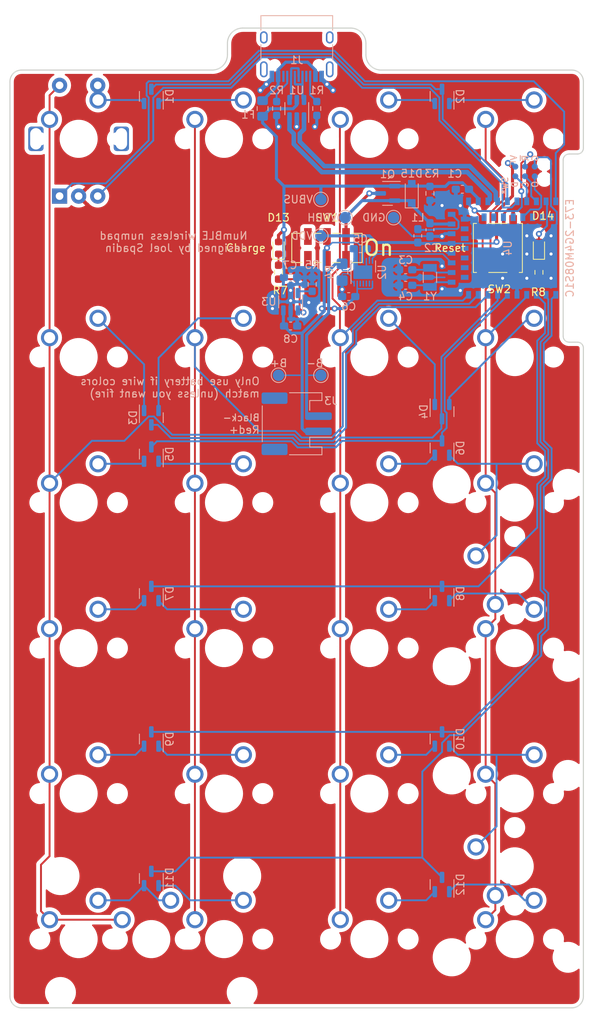
<source format=kicad_pcb>
(kicad_pcb (version 20210424) (generator pcbnew)
  (layers (0 "F.Cu" signal) (31 "B.Cu" signal) (34 "B.Paste" user) (35 "F.Paste" user) (36 "B.SilkS" user "B.Silkscreen") (37 "F.SilkS" user "F.Silkscreen") (38 "B.Mask" user) (39 "F.Mask" user) (44 "Edge.Cuts" user))
  (net 0 "")
  (net 1 "Net-(C3-Pad2)")
  (net 2 "/VDD_HV")
  (net 3 "Net-(D1-Pad1)")
  (net 4 "Net-(D1-Pad2)")
  (net 5 "GND")
  (net 6 "/STATUS")
  (net 7 "/PACK+")
  (net 8 "Net-(D10-Pad1)")
  (net 9 "Net-(MX3-Pad2)")
  (net 10 "Net-(D11-Pad1)")
  (net 11 "Net-(MX12-Pad2)")
  (net 12 "Net-(C4-Pad2)")
  (net 13 "/PACK-")
  (net 14 "/row0")
  (net 15 "/row1")
  (net 16 "/row2")
  (net 17 "/row3")
  (net 18 "VBUS")
  (net 19 "Net-(MX13-Pad2)")
  (net 20 "/row4")
  (net 21 "/row5")
  (net 22 "/VDD")
  (net 23 "/CONN+")
  (net 24 "/CONN-")
  (net 25 "/SWD")
  (net 26 "/SWC")
  (net 27 "/SWO")
  (net 28 "/DCCH")
  (net 29 "Net-(R5-Pad1)")
  (net 30 "Net-(MX230-Pad2)")
  (net 31 "/RESET")
  (net 32 "/col0")
  (net 33 "/col1")
  (net 34 "Net-(J1-PadA5)")
  (net 35 "Net-(J1-PadB5)")
  (net 36 "/col2")
  (net 37 "/col3")
  (net 38 "Net-(MX33-Pad2)")
  (net 39 "+BATT")
  (net 40 "/VBUS_PRE")
  (net 41 "/DATA-")
  (net 42 "/DATA+")
  (net 43 "Net-(D14-Pad1)")
  (net 47 "Net-(C5-Pad2)")
  (net 50 "Net-(MX42-Pad2)")
  (net 60 "/SCL")
  (net 61 "/SDA")
  (net 62 "Net-(D2-Pad2)")
  (net 63 "Net-(MX500-Pad2)")
  (net 65 "/ENC_B")
  (net 66 "/ENC_A")
  (net 67 "Net-(D3-Pad2)")
  (net 68 "Net-(D3-Pad1)")
  (net 69 "Net-(MX53-Pad2)")
  (net 70 "Net-(D5-Pad2)")
  (net 71 "Net-(D5-Pad1)")
  (net 72 "Net-(D6-Pad2)")
  (net 73 "Net-(D7-Pad2)")
  (net 74 "Net-(D7-Pad1)")
  (net 75 "Net-(D8-Pad2)")
  (net 76 "Net-(MX52-Pad2)")
  (net 77 "Net-(D9-Pad2)")
  (net 78 "Net-(D9-Pad1)")
  (net 79 "Net-(R7-Pad1)")
  (net 80 "Net-(R7-Pad2)")
  (footprint "MX_Only:MXOnly-1U-NoLED" (layer "F.Cu") (at 157.15 111.9)
    (fp_text reference "MX33")
    (fp_text value "MX-NoLED")
  )
  (footprint "MX_Only:MXOnly-1U-NoLED" (layer "F.Cu") (at 157.15 150)
    (fp_text reference "MX53")
    (fp_text value "MX-NoLED")
  )
  (footprint "MX_Only:MXOnly-1U-NoLED" (layer "F.Cu") (at 157.15 130.95)
    (fp_text reference "MX430")
    (fp_text value "MX-NoLED")
  )
  (footprint "numpad:MXOnly-1U-2U-Center-ReversedStabilizers" (layer "F.Cu") (at 109.525 150)
    (fp_text reference "MX501")
    (fp_text value "MX-NoLED")
  )
  (footprint "MX_Only:MXOnly-2U-ReversedStabilizers-NoLED" (layer "F.Cu") (at 157.15 102.375 90)
    (fp_text reference "MX231")
    (fp_text value "MX-NoLED")
  )
  (footprint "MX_Only:MXOnly-1U-NoLED" (layer "F.Cu") (at 157.15 92.85)
    (fp_text reference "MX230")
    (fp_text value "MX-NoLED")
  )
  (footprint "MX_Only:MXOnly-2U-ReversedStabilizers-NoLED" (layer "F.Cu") (at 157.15 140.475 90)
    (fp_text reference "MX431")
    (fp_text value "MX-NoLED")
  )
  (footprint "MX_Only:MXOnly-1U-NoLED" (layer "F.Cu") (at 100 45.225)
    (fp_text reference "MX0")
    (fp_text value "MX-NoLED")
  )
  (footprint "MX_Only:MXOnly-1U-NoLED" (layer "F.Cu") (at 100 73.8)
    (fp_text reference "MX10")
    (fp_text value "MX-NoLED")
  )
  (footprint "MX_Only:MXOnly-1U-NoLED" (layer "F.Cu") (at 100 130.95)
    (fp_text reference "MX40")
    (fp_text value "MX-NoLED")
  )
  (footprint "numpad:MXOnly-1U-2U-Left" (layer "F.Cu") (at 100 150)
    (fp_text reference "MX500")
    (fp_text value "MX-NoLED")
  )
  (footprint "MX_Only:MXOnly-1U-NoLED" (layer "F.Cu") (at 100 92.85)
    (fp_text reference "MX20")
    (fp_text value "MX-NoLED")
  )
  (footprint "numpad:MXOnly-1U-2U-Right" (layer "F.Cu") (at 119.05 150)
    (fp_text reference "MX51")
    (fp_text value "MX-NoLED")
  )
  (footprint "MX_Only:MXOnly-1U-NoLED" (layer "F.Cu") (at 138.1 111.9)
    (fp_text reference "MX32")
    (fp_text value "MX-NoLED")
  )
  (footprint "MX_Only:MXOnly-1U-NoLED" (layer "F.Cu") (at 119.05 130.95)
    (fp_text reference "MX41")
    (fp_text value "MX-NoLED")
  )
  (footprint "MX_Only:MXOnly-1U-NoLED" (layer "F.Cu") (at 119.05 111.9)
    (fp_text reference "MX31")
    (fp_text value "MX-NoLED")
  )
  (footprint "MX_Only:MXOnly-1U-NoLED" (layer "F.Cu") (at 138.1 92.85)
    (fp_text reference "MX22")
    (fp_text value "MX-NoLED")
  )
  (footprint "MX_Only:MXOnly-1U-NoLED" (layer "F.Cu") (at 119.05 92.85)
    (fp_text reference "MX21")
    (fp_text value "MX-NoLED")
  )
  (footprint "MX_Only:MXOnly-1U-NoLED" (layer "F.Cu") (at 138.1 150)
    (fp_text reference "MX52")
    (fp_text value "MX-NoLED")
  )
  (footprint "MX_Only:MXOnly-1U-NoLED" (layer "F.Cu") (at 138.1 130.95)
    (fp_text reference "MX42")
    (fp_text value "MX-NoLED")
  )
  (footprint "MX_Only:MXOnly-1U-NoLED" (layer "F.Cu") (at 100 111.9)
    (fp_text reference "MX30")
    (fp_text value "MX-NoLED")
  )
  (footprint "MX_Only:MXOnly-1U-NoLED" (layer "F.Cu") (at 157.15 73.8)
    (fp_text reference "MX13")
    (fp_text value "MX-NoLED")
  )
  (footprint "numpad:SW_DPDT_CK_JS202011JCQN" (layer "F.Cu") (at 132.54375 59.5125 180)
    (fp_text reference "SW1")
    (fp_text value "JS202011JCQN")
  )
  (footprint "MX_Only:MXOnly-1U-NoLED" (layer "F.Cu") (at 119.05 45.225)
    (fp_text reference "MX1")
    (fp_text value "MX-NoLED")
  )
  (footprint "numpad:SW_Push_1P1T_NO_CK_KSC7xxJ" (layer "F.Cu") (at 154.94375 59.5125 90)
    (fp_text reference "SW2")
    (fp_text value "KSC721J")
  )
  (footprint "Resistor_SMD:R_0603_1608Metric_Pad0.98x0.95mm_HandSolder" (layer "F.Cu") (at 126.19375 62.6875 -90)
    (fp_text reference "R7")
    (fp_text value "3.9k")
  )
  (footprint "LED_SMD:LED_0603_1608Metric" (layer "F.Cu") (at 126.19375 59.5125 90)
    (fp_text reference "D13")
    (fp_text value "AMBER")
  )
  (footprint "MX_Only:MXOnly-1U-NoLED" (layer "F.Cu") (at 138.1 73.8)
    (fp_text reference "MX12")
    (fp_text value "MX-NoLED")
  )
  (footprint "Resistor_SMD:R_0603_1608Metric_Pad0.98x0.95mm_HandSolder" (layer "F.Cu") (at 160.325 62.70625 90)
    (fp_text reference "R8")
    (fp_text value "100")
  )
  (footprint "MX_Only:MXOnly-1U-NoLED" (layer "F.Cu") (at 138.1 45.225)
    (fp_text reference "MX2")
    (fp_text value "MX-NoLED")
  )
  (footprint "LED_SMD:LED_0603_1608Metric" (layer "F.Cu") (at 160.325 59.5125 90)
    (fp_text reference "D14")
    (fp_text value "1.7V Red")
  )
  (footprint "MX_Only:MXOnly-1U-NoLED" (layer "F.Cu") (at 157.15 45.225)
    (fp_text reference "MX3")
    (fp_text value "MX-NoLED")
  )
  (footprint "MX_Only:MXOnly-1U-NoLED" (layer "F.Cu") (at 119.05 73.8)
    (fp_text reference "MX11")
    (fp_text value "MX-NoLED")
  )
  (footprint "numpad:RotaryEncoder_Alps_EC11E-Switch_Vertical_H20mm" (layer "F.Cu") (at 100 45.225 90)
    (fp_text reference "SW3" hide)
    (fp_text value "RotaryEncoder_Switch")
  )
  (footprint "Connector:Tag-Connect_TC2030-IDC-NL_2x03_P1.27mm_Vertical" (layer "B.Cu") (at 158.5 49.5)
    (fp_text reference "J2" hide)
    (fp_text value "Conn_ARM_JTAG_SWD_10")
  )
  (footprint "Resistor_SMD:R_0603_1608Metric_Pad0.98x0.95mm_HandSolder" (layer "B.Cu") (at 125.94375 41.25625 90)
    (fp_text reference "R2")
    (fp_text value "5.1k")
  )
  (footprint "Capacitor_SMD:C_0603_1608Metric_Pad1.08x0.95mm_HandSolder" (layer "B.Cu") (at 127.78125 69.73125 180)
    (fp_text reference "C8")
    (fp_text value "4.7uF")
  )
  (footprint "numpad:JST_PH_S2B-PH-SM4-TB_1x02-1MP_P2.00mm_Horizontal" (layer "B.Cu") (at 128.575 82.53125 90)
    (fp_text reference "J3")
    (fp_text value "JST_S2B-PH-SM4-TB")
  )
  (footprint "Diode_SMD:D_SOD-323_HandSoldering" (layer "B.Cu") (at 143.65625 52.36875 90)
    (fp_text reference "D15")
    (fp_text value "1N5819")
  )
  (footprint "Capacitor_SMD:C_0603_1608Metric_Pad1.08x0.95mm_HandSolder" (layer "B.Cu") (at 146.0375 57.13125 90)
    (fp_text reference "C2")
    (fp_text value "4.7uF")
  )
  (footprint "Resistor_SMD:R_0603_1608Metric_Pad0.98x0.95mm_HandSolder" (layer "B.Cu") (at 146.0375 52.36875 -90)
    (fp_text reference "R3")
    (fp_text value "100K")
  )
  (footprint "Package_TO_SOT_SMD:SOT-23" (layer "B.Cu") (at 140.48125 52.36875 180)
    (fp_text reference "Q1")
    (fp_text value "AO3407")
  )
  (footprint "Resistor_SMD:R_0603_1608Metric_Pad0.98x0.95mm_HandSolder" (layer "B.Cu") (at 130.607 64.275 90)
    (fp_text reference "R5")
    (fp_text value "2.49k")
  )
  (footprint "Package_TO_SOT_SMD:SOT-23-5" (layer "B.Cu") (at 127.78125 66.55625 90)
    (fp_text reference "U3")
    (fp_text value "MCP73831-2-OT")
  )
  (footprint "numpad:USB_C_Receptacle_HRO_TYPE-C-31-M-12" (layer "B.Cu") (at 128.5875 33)
    (fp_text reference "J1")
    (fp_text value "HRO_TYPE-C-31-M-12")
  )
  (footprint "Crystal:Crystal_SMD_3215-2Pin_3.2x1.5mm" (layer "B.Cu") (at 146.0375 63.36625 90)
    (fp_text reference "Y1")
    (fp_text value "32.768kHz")
  )
  (footprint "numpad:E73-2G4M08S1C-52840" (layer "B.Cu") (at 148.5 59.53125)
    (fp_text reference "U4")
    (fp_text value "E73-2G4M08S1C-52840")
  )
  (footprint "Resistor_SMD:R_0603_1608Metric_Pad0.98x0.95mm_HandSolder" (layer "B.Cu") (at 131.20625 41.25625 -90)
    (fp_text reference "R1")
    (fp_text value "5.1k")
  )
  (footprint "Fuse:Fuse_0805_2012Metric_Pad1.15x1.40mm_HandSolder" (layer "B.Cu") (at 124.10625 41.25625 90)
    (fp_text reference "F1")
    (fp_text value "ASMD1206-200")
  )
  (footprint "Package_TO_SOT_SMD:SOT-23-6" (layer "B.Cu") (at 128.5875 41.275 90)
    (fp_text reference "U1")
    (fp_text value "USBLC6-2SC6")
  )
  (footprint "Package_TO_SOT_SMD:SOT-23" (layer "B.Cu") (at 147.625 85.70625 90)
    (fp_text reference "D6")
    (fp_text value "BAT54C")
  )
  (footprint "numpad:LVT08Rxxx0xER" (layer "B.Cu") (at 134.53125 62.6875 -90)
    (fp_text reference "R4")
    (fp_text value "LVT08R005")
  )
  (footprint "Package_TO_SOT_SMD:SOT-23" (layer "B.Cu") (at 147.625 39.66875 90)
    (fp_text reference "D2")
    (fp_text value "BAT54C")
  )
  (footprint "Package_TO_SOT_SMD:SOT-23" (layer "B.Cu") (at 147.625 80.94375 -90)
    (fp_text reference "D4")
    (fp_text value "BAT54C")
  )
  (footprint "Package_TO_SOT_SMD:SOT-23" (layer "B.Cu") (at 147.625 123.80625 90)
    (fp_text reference "D10")
    (fp_text value "BAT54C")
  )
  (footprint "Inductor_SMD:L_0603_1608Metric_Pad1.05x0.95mm_HandSolder" (layer "B.Cu") (at 144.45 57.925 -90)
    (fp_text reference "L1")
    (fp_text value "10uH")
  )
  (footprint "TestPoint:TestPoint_Pad_D1.5mm" (layer "B.Cu") (at 134.925 55.54375 180)
    (fp_text reference "TP1" hide)
    (fp_text value "VDDH")
  )
  (footprint "Package_TO_SOT_SMD:SOT-23" (layer "B.Cu") (at 109.525 39.66875 90)
    (fp_text reference "D1")
    (fp_text value "BAT54C")
  )
  (footprint "Capacitor_SMD:C_0603_1608Metric_Pad1.08x0.95mm_HandSolder" (layer "B.Cu") (at 150.292 51.829)
    (fp_text reference "C1")
    (fp_text value "4.7uF")
  )
  (footprint "TestPoint:TestPoint_Pad_D1.5mm" (layer "B.Cu") (at 131.75 76.18125 180)
    (fp_text reference "TP3" hide)
    (fp_text value "B-")
  )
  (footprint "Package_TO_SOT_SMD:SOT-23" (layer "B.Cu") (at 109.525 123.80625 90)
    (fp_text reference "D9")
    (fp_text value "BAT54C")
  )
  (footprint "Package_TO_SOT_SMD:SOT-23" (layer "B.Cu") (at 109.525 104.75625 90)
    (fp_text reference "D7")
    (fp_text value "BAT54C")
  )
  (footprint "Capacitor_SMD:C_0603_1608Metric_Pad1.08x0.95mm_HandSolder" (layer "B.Cu") (at 127.76875 63.3625 180)
    (fp_text reference "C7")
    (fp_text value "4.7uF")
  )
  (footprint "Package_TO_SOT_SMD:SOT-23" (layer "B.Cu") (at 109.525 86.5 90)
    (fp_text reference "D5")
    (fp_text value "BAT54C")
  )
  (footprint "Package_TO_SOT_SMD:SOT-23" (layer "B.Cu") (at 109.525 81.7375 -90)
    (fp_text reference "D3")
    (fp_text value "BAT54C")
  )
  (footprint "Capacitor_SMD:C_0603_1608Metric_Pad1.08x0.95mm_HandSolder" (layer "B.Cu") (at 136.90625 59.6125)
    (fp_text reference "C5")
    (fp_text value "0.47uF")
  )
  (footprint "TestPoint:TestPoint_Pad_D1.5mm" (layer "B.Cu") (at 126.19375 76.18125 180)
    (fp_text reference "TP2" hide)
    (fp_text value "B+")
  )
  (footprint "Package_TO_SOT_SMD:SOT-23" (layer "B.Cu") (at 109.525 142.0625 90)
    (fp_text reference "D11")
    (fp_text value "BAT54C")
  )
  (footprint "TestPoint:TestPoint_Pad_D1.5mm" (layer "B.Cu") (at 131.75 57.925 180)
    (fp_text reference "TP6" hide)
    (fp_text value "VDD")
  )
  (footprint "Package_TO_SOT_SMD:SOT-23" (layer "B.Cu") (at 147.625 104.75625 90)
    (fp_text reference "D8")
    (fp_text value "BAT54C")
  )
  (footprint "TestPoint:TestPoint_Pad_D1.5mm" (layer "B.Cu") (at 131.75 53.1625 180)
    (fp_text reference "TP5" hide)
    (fp_text value "VBUS")
  )
  (footprint "TestPoint:TestPoint_Pad_D1.5mm" (layer "B.Cu") (at 141.275 55.54375 180)
    (fp_text reference "TP4" hide)
    (fp_text value "GND")
  )
  (footprint "Capacitor_SMD:C_0603_1608Metric_Pad1.08x0.95mm_HandSolder" (layer "B.Cu") (at 142.8625 64.402)
    (fp_text reference "C4")
    (fp_text value "12pF")
  )
  (footprint "Capacitor_SMD:C_0603_1608Metric_Pad1.08x0.95mm_HandSolder" (layer "B.Cu") (at 142.8625 62.37)
    (fp_text reference "C3")
    (fp_text value "12pF")
  )
  (footprint "Package_DFN_QFN:TDFN-14-1EP_3x3mm_P0.4mm_EP1.78x2.35mm" (layer "B.Cu") (at 137.30625 62.6875 90)
    (fp_text reference "U2")
    (fp_text value "MAX17263xxTE")
  )
  (footprint "Capacitor_SMD:C_0603_1608Metric_Pad1.08x0.95mm_HandSolder" (layer "B.Cu") (at 135.39375 65.88075)
    (fp_text reference "C6")
    (fp_text value "0.1uF")
  )
  (footprint "Package_TO_SOT_SMD:SOT-23" (layer "B.Cu") (at 147.625 142.85625 90)
    (fp_text reference "D12")
    (fp_text value "BAT54C")
  )
  (gr_arc (start 135.65 32.725) (end 137.65 32.725) (angle -90) (layer "Edge.Cuts") (width 0.15))
  (gr_line (start 117.5 36.225) (end 92.5 36.225) (layer "Edge.Cuts") (width 0.15))
  (gr_arc (start 117.5 34.225) (end 117.5 36.225) (angle -90) (layer "Edge.Cuts") (width 0.15))
  (gr_arc (start 121.5 32.725) (end 121.5 30.725) (angle -90) (layer "Edge.Cuts") (width 0.15))
  (gr_arc (start 92.5 37.725) (end 92.5 36.225) (angle -90) (layer "Edge.Cuts") (width 0.15))
  (gr_line (start 91 37.725) (end 91 157.5) (layer "Edge.Cuts") (width 0.15))
  (gr_arc (start 92.5 157.5) (end 91 157.5) (angle -90) (layer "Edge.Cuts") (width 0.15))
  (gr_arc (start 164.65 157.5) (end 164.65 159) (angle -90) (layer "Edge.Cuts") (width 0.15))
  (gr_line (start 164.65 159) (end 92.5 159) (layer "Edge.Cuts") (width 0.15))
  (gr_line (start 119.5 32.725) (end 119.5 34.225) (layer "Edge.Cuts") (width 0.15))
  (gr_line (start 137.65 34.225) (end 137.65 32.725) (layer "Edge.Cuts") (width 0.15))
  (gr_line (start 166.15 46.44375) (end 166.15 37.725) (layer "Edge.Cuts") (width 0.15))
  (gr_line (start 163.5 48.00625) (end 163.5 71.05625) (layer "Edge.Cuts") (width 0.15))
  (gr_line (start 164.29375 71.85) (end 165.38125 71.85) (layer "Edge.Cuts") (width 0.15))
  (gr_arc (start 164.29375 71.05625) (end 163.5 71.05625) (angle -90) (layer "Edge.Cuts") (width 0.15))
  (gr_line (start 164.29375 47.2125) (end 165.38125 47.2125) (layer "Edge.Cuts") (width 0.15))
  (gr_line (start 164.65 36.225) (end 139.65 36.225) (layer "Edge.Cuts") (width 0.15))
  (gr_arc (start 165.38125 72.61875) (end 166.15 72.61875) (angle -90) (layer "Edge.Cuts") (width 0.15))
  (gr_arc (start 139.65 34.225) (end 137.65 34.225) (angle -90) (layer "Edge.Cuts") (width 0.15))
  (gr_line (start 121.5 30.725) (end 135.65 30.725) (layer "Edge.Cuts") (width 0.15))
  (gr_line (start 166.15 72.61875) (end 166.15 157.5) (layer "Edge.Cuts") (width 0.15))
  (gr_arc (start 165.38125 46.44375) (end 165.38125 47.2125) (angle -90) (layer "Edge.Cuts") (width 0.15))
  (gr_arc (start 164.65 37.725) (end 166.15 37.725) (angle -90) (layer "Edge.Cuts") (width 0.15))
  (gr_arc (start 164.29375 48.00625) (end 164.29375 47.2125) (angle -90) (layer "Edge.Cuts") (width 0.15))
  (gr_text "Red+" (at 123.8125 83.325) (layer "B.SilkS") (effects (font (size 1 1)) (justify left mirror)))
  (gr_text "SW*" (at 155.88 52.591 90) (layer "B.SilkS") (effects (font (size 0.8 0.8)) (justify right mirror)))
  (gr_text "NumBLE wireless numpad\ndesigned by Joel Spadin" (at 122.225 58.71875) (layer "B.SilkS") (effects (font (size 1 1)) (justify left mirror)))
  (gr_text "D" (at 157.15 51.702 90) (layer "B.SilkS") (effects (font (size 0.8 0.8)) (justify right mirror)))
  (gr_text "C" (at 158.547 51.702 90) (layer "B.SilkS") (effects (font (size 0.8 0.8)) (justify right mirror)))
  (gr_text "Only use battery if wire colors \nmatch (unless you want fire)" (at 123.8125 77.76875) (layer "B.SilkS") (effects (font (size 1 1)) (justify left mirror)))
  (gr_text "Black-" (at 123.8125 81.7375) (layer "B.SilkS") (effects (font (size 0.9 0.9)) (justify left mirror)))
  (gr_text "V" (at 157.023 47.257 90) (layer "B.SilkS") (effects (font (size 0.8 0.8)) (justify left mirror)))
  (gr_text "~R~" (at 158.547 47.257 90) (layer "B.SilkS") (effects (font (size 0.8 0.8)) (justify left mirror)))
  (gr_text "G" (at 159.817 47.257 90) (layer "B.SilkS") (effects (font (size 0.8 0.8)) (justify left mirror)))
  (gr_text "O" (at 159.817 51.702 90) (layer "B.SilkS") (effects (font (size 0.8 0.8)) (justify right mirror)))
  (gr_text "Charge" (at 124.60625 59.5125) (layer "F.SilkS") (effects (font (size 1 1)) (justify right)))
  (gr_text "On" (at 137.15375 59.5125) (layer "F.SilkS") (effects (font (size 2 2) (thickness 0.3)) (justify left)))
  (gr_text "Reset" (at 150.8 59.5125) (layer "F.SilkS") (effects (font (size 1 1)) (justify right)))
  (segment (start 146.875 62.73125) (end 146.27375 62.13) (width 0.25) (layer "B.Cu") (net 1))
  (segment (start 143.725 62.37) (end 145.7975 62.37) (width 0.25) (layer "B.Cu") (net 1))
  (segment (start 148.881 62.73125) (end 146.875 62.73125) (width 0.25) (layer "B.Cu") (net 1))
  (segment (start 146.0375 56.26875) (end 143.65625 53.8875) (width 0.4) (layer "B.Cu") (net 2))
  (segment (start 134.925 55.54375) (end 137.15 53.31875) (width 0.4) (layer "B.Cu") (net 2))
  (segment (start 148.881 56.38125) (end 146.15 56.38125) (width 0.4) (layer "B.Cu") (net 2))
  (segment (start 137.15 53.31875) (end 141.41875 53.31875) (width 0.4) (layer "B.Cu") (net 2))
  (segment (start 143.35625 53.31875) (end 141.41875 53.31875) (width 0.4) (layer "B.Cu") (net 2))
  (segment (start 110.93625 40.145) (end 121.59 40.145) (width 0.25) (layer "B.Cu") (net 3))
  (segment (start 110.475 40.60625) (end 110.93625 40.145) (width 0.25) (layer "B.Cu") (net 3))
  (segment (start 102.5 38.225) (end 102.5 40.105) (width 0.25) (layer "F.Cu") (net 4))
  (segment (start 102.54 40.145) (end 108.11375 40.145) (width 0.25) (layer "B.Cu") (net 4))
  (segment (start 108.11375 40.145) (end 108.575 40.60625) (width 0.25) (layer "B.Cu") (net 4))
  (via (at 127.78125 66.40625) (size 0.8) (drill 0.4) (layers "F.Cu" "B.Cu") (net 5))
  (via (at 147.625 61.89375) (size 0.8) (drill 0.4) (layers "F.Cu" "B.Cu") (net 5))
  (via (at 155.5625 60.30625) (size 0.8) (drill 0.4) (layers "F.Cu" "B.Cu") (net 5))
  (via (at 147.625 57.99375) (size 0.8) (drill 0.4) (layers "F.Cu" "B.Cu") (net 5))
  (via (at 158.7375 60.30625) (size 0.8) (drill 0.4) (layers "F.Cu" "B.Cu") (net 5))
  (via (at 158.7375 63.48125) (size 0.8) (drill 0.4) (layers "F.Cu" "B.Cu") (net 5))
  (via (at 155.5625 63.48125) (size 0.8) (drill 0.4) (layers "F.Cu" "B.Cu") (net 5))
  (via (at 161.9125 57.925) (size 0.8) (drill 0.4) (layers "F.Cu" "B.Cu") (net 5))
  (via (at 150.01875 53.975) (size 0.8) (drill 0.4) (layers "F.Cu" "B.Cu") (net 5))
  (via (at 126.19375 43.6375) (size 0.8) (drill 0.4) (layers "F.Cu" "B.Cu") (net 5))
  (via (at 147.625 64.86875) (size 0.8) (drill 0.4) (layers "F.Cu" "B.Cu") (net 5))
  (via (at 125.4 65.8625) (size 0.8) (drill 0.4) (layers "F.Cu" "B.Cu") (net 5))
  (via (at 147.625 53.95625) (size 0.8) (drill 0.4) (layers "F.Cu" "B.Cu") (net 5))
  (via (at 161.9125 60.30625) (size 0.8) (drill 0.4) (layers "F.Cu" "B.Cu") (net 5))
  (via (at 127.78125 65.06875) (size 0.8) (drill 0.4) (layers "F.Cu" "B.Cu") (net 5))
  (via (at 130.95625 43.6375) (size 0.8) (drill 0.4) (layers "F.Cu" "B.Cu") (net 5))
  (via (at 132.54375 38.08125) (size 0.8) (drill 0.4) (layers "F.Cu" "B.Cu") (net 5))
  (via (at 134.53125 64.94) (size 0.8) (drill 0.4) (layers "F.Cu" "B.Cu") (net 5))
  (via (at 125.4 67.45) (size 0.8) (drill 0.4) (layers "F.Cu" "B.Cu") (net 5))
  (via (at 124.60625 38.08125) (size 0.8) (drill 0.4) (layers "F.Cu" "B.Cu") (net 5))
  (via (at 133.3375 38.875) (size 0.8) (drill 0.4) (layers "F.Cu" "B.Cu") (net 5))
  (via (at 150.01875 65.0875) (size 0.8) (drill 0.4) (layers "F.Cu" "B.Cu") (net 5))
  (via (at 158.7375 57.925) (size 0.8) (drill 0.4) (layers "F.Cu" "B.Cu") (net 5))
  (via (at 130.1625 66.65625) (size 0.8) (drill 0.4) (layers "F.Cu" "B.Cu") (net 5))
  (via (at 128.575 43.6375) (size 0.8) (drill 0.4) (layers "F.Cu" "B.Cu") (net 5))
  (via (at 161.9125 63.48125) (size 0.8) (drill 0.4) (layers "F.Cu" "B.Cu") (net 5))
  (via (at 123.8125 38.875) (size 0.8) (drill 0.4) (layers "F.Cu" "B.Cu") (net 5))
  (segment (start 135.67425 63.1955) (end 135.67425 63.7305) (width 0.15) (layer "B.Cu") (net 5))
  (segment (start 135.67425 63.7305) (end 136.10625 64.1625) (width 0.15) (layer "B.Cu") (net 5))
  (segment (start 125.3375 37.35) (end 124.60625 38.08125) (width 0.6) (layer "B.Cu") (net 5))
  (segment (start 134.63125 62.8875) (end 135.36625 62.8875) (width 0.15) (layer "B.Cu") (net 5))
  (segment (start 159.77 48.066) (end 159.77 48.865) (width 0.25) (layer "B.Cu") (net 5))
  (segment (start 131.20625 43.3875) (end 130.95625 43.6375) (width 0.4) (layer "B.Cu") (net 5))
  (segment (start 135.36625 62.8875) (end 135.67425 63.1955) (width 0.15) (layer "B.Cu") (net 5))
  (segment (start 161.899999 48.069999) (end 161.468 47.638) (width 0.25) (layer "B.Cu") (net 5))
  (segment (start 161.9125 57.925) (end 161.9125 57.0995) (width 0.25) (layer "B.Cu") (net 5))
  (segment (start 128.5875 43.625) (end 128.575 43.6375) (width 0.6) (layer "B.Cu") (net 5))
  (segment (start 125.94375 42.16875) (end 125.94375 43.3875) (width 0.4) (layer "B.Cu") (net 5))
  (segment (start 125.94375 43.3875) (end 126.19375 43.6375) (width 0.4) (layer "B.Cu") (net 5))
  (segment (start 131.8375 37.375) (end 132.54375 38.08125) (width 0.6) (layer "B.Cu") (net 5))
  (segment (start 146.0375 57.99375) (end 147.625 57.99375) (width 0.4) (layer "B.Cu") (net 5))
  (segment (start 128.5875 42.4125) (end 128.5875 43.625) (width 0.6) (layer "B.Cu") (net 5))
  (segment (start 132.54375 38.08125) (end 133.3375 38.875) (width 0.6) (layer "B.Cu") (net 5))
  (segment (start 160.198 47.638) (end 159.77 48.066) (width 0.25) (layer "B.Cu") (net 5))
  (segment (start 143.70123 57.96998) (end 141.275 55.54375) (width 0.25) (layer "B.Cu") (net 5))
  (segment (start 134.53125 62.9875) (end 134.63125 62.8875) (width 0.15) (layer "B.Cu") (net 5))
  (segment (start 124.60625 38.08125) (end 123.8125 38.875) (width 0.6) (layer "B.Cu") (net 5))
  (segment (start 147.9675 57.65125) (end 148.881 57.65125) (width 0.4) (layer "B.Cu") (net 5))
  (segment (start 161.9125 57.0995) (end 162.652011 56.359989) (width 0.25) (layer "B.Cu") (net 5))
  (segment (start 161.468 47.638) (end 160.198 47.638) (width 0.25) (layer "B.Cu") (net 5))
  (segment (start 161.899999 54.038999) (end 161.899999 48.069999) (width 0.25) (layer "B.Cu") (net 5))
  (segment (start 134.53125 63.7875) (end 134.53125 65.88075) (width 0.4) (layer "B.Cu") (net 5))
  (segment (start 162.652011 56.359989) (end 162.652011 54.791011) (width 0.25) (layer "B.Cu") (net 5))
  (segment (start 134.53125 63.0875) (end 134.53125 62.9875) (width 0.15) (layer "B.Cu") (net 5))
  (segment (start 146.01373 57.96998) (end 143.70123 57.96998) (width 0.25) (layer "B.Cu") (net 5))
  (segment (start 162.652011 54.791011) (end 161.899999 54.038999) (width 0.25) (layer "B.Cu") (net 5))
  (segment (start 131.20625 42.16875) (end 131.20625 43.3875) (width 0.4) (layer "B.Cu") (net 5))
  (segment (start 147.625 57.99375) (end 147.9675 57.65125) (width 0.4) (layer "B.Cu") (net 5))
  (segment (start 160.325 57.671) (end 160.325 58.725) (width 0.25) (layer "F.Cu") (net 6))
  (via (at 160.325 57.671) (size 0.8) (drill 0.4) (layers "F.Cu" "B.Cu") (net 6))
  (segment (start 161.382011 56.613989) (end 161.382011 53.534261) (width 0.25) (layer "B.Cu") (net 6))
  (segment (start 160.325 57.671) (end 161.382011 56.613989) (width 0.25) (layer "B.Cu") (net 6))
  (segment (start 132.54375 61.0125) (end 132.54375 59.5125) (width 0.4) (layer "F.Cu") (net 7))
  (segment (start 132.54375 59.5125) (end 132.54375 58.0125) (width 0.4) (layer "F.Cu") (net 7))
  (segment (start 133.542 67.45) (end 131.877 67.45) (width 0.4) (layer "F.Cu") (net 7))
  (via (at 133.542 67.45) (size 0.8) (drill 0.4) (layers "F.Cu" "B.Cu") (net 7))
  (via (at 131.877 67.45) (size 0.8) (drill 0.4) (layers "F.Cu" "B.Cu") (net 7))
  (via (at 132.54375 59.5125) (size 0.8) (drill 0.4) (layers "F.Cu" "B.Cu") (net 7))
  (segment (start 129.675 83.53125) (end 131.425 83.53125) (width 0.4) (layer "B.Cu") (net 7))
  (segment (start 129.29499 76.10749) (end 129.29499 71.152762) (width 0.4) (layer "B.Cu") (net 7))
  (segment (start 132.10796 67.45) (end 132.18298 67.37498) (width 0.4) (layer "B.Cu") (net 7))
  (segment (start 134.687 67.45) (end 136.25625 65.88075) (width 0.4) (layer "B.Cu") (net 7))
  (segment (start 138.50625 64.726) (end 138.3795 64.85275) (width 0.2) (layer "B.Cu") (net 7))
  (segment (start 127.859748 70.672248) (end 126.91875 69.73125) (width 0.4) (layer "B.Cu") (net 7))
  (segment (start 126.83125 67.69375) (end 126.83125 69.64375) (width 0.4) (layer "B.Cu") (net 7))
  (segment (start 126.19375 76.18125) (end 129.22123 76.18125) (width 0.2) (layer "B.Cu") (net 7))
  (segment (start 129.29499 76.10749) (end 129.29499 83.15124) (width 0.4) (layer "B.Cu") (net 7))
  (segment (start 136.90625 61.2) (end 136.90625 59.199252) (width 0.2) (layer "B.Cu") (net 7))
  (segment (start 132.18298 67.784248) (end 132.18298 67.37498) (width 0.4) (layer "B.Cu") (net 7))
  (segment (start 129.29499 71.152762) (end 129.29498 71.152752) (width 0.4) (layer "B.Cu") (net 7))
  (segment (start 136.520998 58.814) (end 133.24225 58.814) (width 0.2) (layer "B.Cu") (net 7))
  (segment (start 136.50625 64.175) (end 136.50625 65.0625) (width 0.2) (layer "B.Cu") (net 7))
  (segment (start 129.29498 70.672248) (end 132.18298 67.784248) (width 0.4) (layer "B.Cu") (net 7))
  (segment (start 129.29499 83.15124) (end 129.675 83.53125) (width 0.4) (layer "B.Cu") (net 7))
  (segment (start 132.18298 67.37498) (end 132.18298 59.87327) (width 0.4) (layer "B.Cu") (net 7))
  (segment (start 133.542 67.45) (end 134.687 67.45) (width 0.4) (layer "B.Cu") (net 7))
  (segment (start 133.24225 58.814) (end 132.54375 59.5125) (width 0.2) (layer "B.Cu") (net 7))
  (segment (start 138.50625 64.175) (end 138.50625 64.726) (width 0.2) (layer "B.Cu") (net 7))
  (segment (start 136.90625 59.199252) (end 136.520998 58.814) (width 0.2) (layer "B.Cu") (net 7))
  (segment (start 131.877 67.45) (end 132.10796 67.45) (width 0.4) (layer "B.Cu") (net 7))
  (segment (start 132.18298 59.87327) (end 132.54375 59.5125) (width 0.4) (layer "B.Cu") (net 7))
  (segment (start 136.50625 64.85275) (end 136.50625 65.0625) (width 0.2) (layer "B.Cu") (net 7))
  (segment (start 136.50625 65.0625) (end 136.50625 65.63075) (width 0.2) (layer "B.Cu") (net 7))
  (segment (start 129.22123 76.18125) (end 129.29499 76.10749) (width 0.2) (layer "B.Cu") (net 7))
  (segment (start 138.3795 64.85275) (end 136.50625 64.85275) (width 0.2) (layer "B.Cu") (net 7))
  (segment (start 129.29498 70.672248) (end 127.859748 70.672248) (width 0.4) (layer "B.Cu") (net 7))
  (segment (start 129.29498 71.152752) (end 129.29498 70.672248) (width 0.4) (layer "B.Cu") (net 7))
  (segment (start 154.770011 125.903011) (end 154.737 125.87) (width 0.25) (layer "B.Cu") (net 8))
  (segment (start 159.69 125.87) (end 154.737 125.87) (width 0.25) (layer "B.Cu") (net 8))
  (segment (start 154.770011 135.234989) (end 154.770011 125.903011) (width 0.25) (layer "B.Cu") (net 8))
  (segment (start 152.07 137.935) (end 154.770011 135.234989) (width 0.25) (layer "B.Cu") (net 8))
  (segment (start 149.70125 125.87) (end 148.575 124.74375) (width 0.25) (layer "B.Cu") (net 8))
  (segment (start 154.737 125.87) (end 149.70125 125.87) (width 0.25) (layer "B.Cu") (net 8))
  (segment (start 159.69 40.145) (end 149.03625 40.145) (width 0.25) (layer "B.Cu") (net 9))
  (segment (start 149.03625 40.145) (end 148.575 40.60625) (width 0.25) (layer "B.Cu") (net 9))
  (segment (start 112.685 143) (end 110.475 143) (width 0.25) (layer "B.Cu") (net 10))
  (segment (start 121.59 144.92) (end 114.605 144.92) (width 0.25) (layer "B.Cu") (net 10))
  (segment (start 114.605 144.92) (end 112.685 143) (width 0.25) (layer "B.Cu") (net 10))
  (segment (start 146.675 74.755) (end 146.675 80.00625) (width 0.25) (layer "B.Cu") (net 11))
  (segment (start 140.64 68.72) (end 146.675 74.755) (width 0.25) (layer "B.Cu") (net 11))
  (segment (start 148.881 64.00125) (end 146.83125 64.00125) (width 0.25) (layer "B.Cu") (net 12))
  (segment (start 146.83125 64.00125) (end 146.2025 64.63) (width 0.25) (layer "B.Cu") (net 12))
  (segment (start 143.725 64.402) (end 145.8095 64.402) (width 0.25) (layer "B.Cu") (net 12))
  (segment (start 132.7625 62.515625) (end 133.690625 61.5875) (width 0.4) (layer "B.Cu") (net 13))
  (segment (start 134.53125 62.2875) (end 134.53125 62.3875) (width 0.15) (layer "B.Cu") (net 13))
  (segment (start 133.690625 61.5875) (end 134.53125 61.5875) (width 0.4) (layer "B.Cu") (net 13))
  (segment (start 135.67425 61.6445) (end 136.10625 61.2125) (width 0.15) (layer "B.Cu") (net 13))
  (segment (start 137.70625 61.2) (end 137.70625 62.2875) (width 0.2) (layer "B.Cu") (net 13))
  (segment (start 129.875 70.9125) (end 132.7625 68.025) (width 0.4) (layer "B.Cu") (net 13))
  (segment (start 131.75 76.18125) (end 129.87675 76.18125) (width 0.2) (layer "B.Cu") (net 13))
  (segment (start 132.7625 68.025) (end 132.7625 62.515625) (width 0.4) (layer "B.Cu") (net 13))
  (segment (start 129.875 81.45) (end 129.875 70.9125) (width 0.4) (layer "B.Cu") (net 13))
  (segment (start 134.63125 62.4875) (end 135.36625 62.4875) (width 0.15) (layer "B.Cu") (net 13))
  (segment (start 135.67425 62.1795) (end 135.67425 61.6445) (width 0.15) (layer "B.Cu") (net 13))
  (segment (start 129.87675 76.18125) (end 129.875 76.183) (width 0.2) (layer "B.Cu") (net 13))
  (segment (start 134.53125 62.3875) (end 134.63125 62.4875) (width 0.15) (layer "B.Cu") (net 13))
  (segment (start 135.36625 62.4875) (end 135.67425 62.1795) (width 0.15) (layer "B.Cu") (net 13))
  (segment (start 119.80625 38.11875) (end 110.1375 38.11875) (width 0.25) (layer "B.Cu") (net 14))
  (segment (start 156.18 53.41225) (end 156.18 51.113) (width 0.25) (layer "B.Cu") (net 14))
  (segment (start 110.1375 38.11875) (end 109.525 38.73125) (width 0.25) (layer "B.Cu") (net 14))
  (segment (start 156.18 51.113) (end 147.71004 42.64304) (width 0.25) (layer "B.Cu") (net 14))
  (segment (start 146.176636 38.11875) (end 137.34375 38.11875) (width 0.25) (layer "B.Cu") (net 14))
  (segment (start 147.608739 38.714989) (end 146.772875 38.714989) (width 0.25) (layer "B.Cu") (net 14))
  (segment (start 123.79802 34.12698) (end 119.80625 38.11875) (width 0.25) (layer "B.Cu") (net 14))
  (segment (start 146.772875 38.714989) (end 146.176636 38.11875) (width 0.25) (layer "B.Cu") (net 14))
  (segment (start 133.35198 34.12698) (end 123.79802 34.12698) (width 0.25) (layer "B.Cu") (net 14))
  (segment (start 137.34375 38.11875) (end 133.35198 34.12698) (width 0.25) (layer "B.Cu") (net 14))
  (segment (start 147.71004 42.64304) (end 147.71004 38.81629) (width 0.25) (layer "B.Cu") (net 14))
  (segment (start 154.91 66.41613) (end 147.53996 73.78617) (width 0.25) (layer "B.Cu") (net 15))
  (segment (start 134.368689 84.33873) (end 146.35727 84.33873) (width 0.25) (layer "B.Cu") (net 15))
  (segment (start 146.35727 84.33873) (end 147.53996 83.15604) (width 0.25) (layer "B.Cu") (net 15))
  (segment (start 110.360864 82.675) (end 112.082074 84.39621) (width 0.25) (layer "B.Cu") (net 15))
  (segment (start 147.53996 83.15604) (end 147.53996 73.78617) (width 0.25) (layer "B.Cu") (net 15))
  (segment (start 128.06473 84.39621) (end 128.86481 85.19629) (width 0.25) (layer "B.Cu") (net 15))
  (segment (start 154.91 65.65025) (end 154.91 66.41613) (width 0.25) (layer "B.Cu") (net 15))
  (segment (start 109.525 82.675) (end 110.360864 82.675) (width 0.25) (layer "B.Cu") (net 15))
  (segment (start 128.86481 85.19629) (end 133.511144 85.19629) (width 0.25) (layer "B.Cu") (net 15))
  (segment (start 112.082074 84.39621) (end 128.06473 84.39621) (width 0.25) (layer "B.Cu") (net 15))
  (segment (start 133.763044 84.94439) (end 133.763044 84.944375) (width 0.25) (layer "B.Cu") (net 15))
  (segment (start 133.763044 84.944375) (end 134.368689 84.33873) (width 0.25) (layer "B.Cu") (net 15))
  (segment (start 133.511144 85.19629) (end 133.763044 84.94439) (width 0.25) (layer "B.Cu") (net 15))
  (segment (start 134.546809 84.76875) (end 133.941164 85.374395) (width 0.25) (layer "B.Cu") (net 16))
  (segment (start 147.625 84.76875) (end 134.546809 84.76875) (width 0.25) (layer "B.Cu") (net 16))
  (segment (start 148.23002 83.07412) (end 147.625 83.67914) (width 0.25) (layer "B.Cu") (net 16))
  (segment (start 156.18 65.75427) (end 147.96998 73.96429) (width 0.25) (layer "B.Cu") (net 16))
  (segment (start 133.941164 85.37441) (end 133.689264 85.62631) (width 0.25) (layer "B.Cu") (net 16))
  (segment (start 148.23002 81.105274) (end 148.23002 83.07412) (width 0.25) (layer "B.Cu") (net 16))
  (segment (start 128.68669 85.62631) (end 127.88661 84.82623) (width 0.25) (layer "B.Cu") (net 16))
  (segment (start 127.88661 84.82623) (end 110.26127 84.82623) (width 0.25) (layer "B.Cu") (net 16))
  (segment (start 147.96998 80.845234) (end 148.23002 81.105274) (width 0.25) (layer "B.Cu") (net 16))
  (segment (start 147.96998 73.96429) (end 147.96998 80.845234) (width 0.25) (layer "B.Cu") (net 16))
  (segment (start 133.689264 85.62631) (end 128.68669 85.62631) (width 0.25) (layer "B.Cu") (net 16))
  (segment (start 133.941164 85.374395) (end 133.941164 85.37441) (width 0.25) (layer "B.Cu") (net 16))
  (segment (start 110.26127 84.82623) (end 109.525 85.5625) (width 0.25) (layer "B.Cu") (net 16))
  (segment (start 147.625 83.67914) (end 147.625 84.76875) (width 0.25) (layer "B.Cu") (net 16))
  (segment (start 161.120011 70.645709) (end 160.09996 71.66576) (width 0.25) (layer "B.Cu") (net 17))
  (segment (start 160.09996 71.66576) (end 160.09996 85.07824) (width 0.25) (layer "B.Cu") (net 17))
  (segment (start 159.99 65.65025) (end 161.120011 66.780261) (width 0.25) (layer "B.Cu") (net 17))
  (segment (start 160.09996 90.46176) (end 160.09996 96.121072) (width 0.25) (layer "B.Cu") (net 17))
  (segment (start 161.120011 66.780261) (end 161.120011 70.645709) (width 0.25) (layer "B.Cu") (net 17))
  (segment (start 161.120011 89.441709) (end 160.09996 90.46176) (width 0.25) (layer "B.Cu") (net 17))
  (segment (start 152.402282 103.81875) (end 147.625 103.81875) (width 0.25) (layer "B.Cu") (net 17))
  (segment (start 147.625 103.81875) (end 109.525 103.81875) (width 0.25) (layer "B.Cu") (net 17))
  (segment (start 160.09996 85.07824) (end 161.120011 86.098291) (width 0.25) (layer "B.Cu") (net 17))
  (segment (start 161.120011 86.098291) (end 161.120011 89.441709) (width 0.25) (layer "B.Cu") (net 17))
  (segment (start 160.09996 96.121072) (end 152.402282 103.81875) (width 0.25) (layer "B.Cu") (net 17))
  (segment (start 126.19375 57.84375) (end 126.19375 58.725) (width 0.4) (layer "F.Cu") (net 18))
  (segment (start 126.19375 57.84375) (end 126.90625 57.13125) (width 0.4) (layer "F.Cu") (net 18))
  (segment (start 126.19375 58.725) (end 126.19375 58.97821) (width 0.4) (layer "F.Cu") (net 18))
  (via (at 126.90625 57.13125) (size 0.8) (drill 0.4) (layers "F.Cu" "B.Cu") (net 18))
  (segment (start 150.29948 50.97398) (end 151.1545 51.829) (width 0.4) (layer "B.Cu") (net 18))
  (segment (start 124.10625 43.1375) (end 125.923875 44.955125) (width 0.4) (layer "B.Cu") (net 18))
  (segment (start 143.95625 51.41875) (end 146.075 51.41875) (width 0.4) (layer "B.Cu") (net 18))
  (segment (start 126.90625 51.41875) (end 141.41875 51.41875) (width 0.4) (layer "B.Cu") (net 18))
  (segment (start 125.923875 44.955125) (end 125.923875 50.436375) (width 0.4) (layer "B.Cu") (net 18))
  (segment (start 141.41875 51.41875) (end 143.35625 51.41875) (width 0.4) (layer "B.Cu") (net 18))
  (segment (start 152.37 53.41225) (end 152.37 53.0445) (width 0.4) (layer "B.Cu") (net 18))
  (segment (start 126.83125 65.41875) (end 126.83125 63.4375) (width 0.4) (layer "B.Cu") (net 18))
  (segment (start 148.549867 50.97398) (end 150.29948 50.97398) (width 0.4) (layer "B.Cu") (net 18))
  (segment (start 125.0995 41.288) (end 128.0995 41.288) (width 0.4) (layer "B.Cu") (net 18))
  (segment (start 125.923875 50.436375) (end 126.90625 51.41875) (width 0.4) (layer "B.Cu") (net 18))
  (segment (start 128.0995 41.288) (end 128.5875 40.8) (width 0.4) (layer "B.Cu") (net 18))
  (segment (start 124.10625 42.28125) (end 125.0995 41.288) (width 0.4) (layer "B.Cu") (net 18))
  (segment (start 131.75 51.575) (end 131.90625 51.41875) (width 0.4) (layer "B.Cu") (net 18))
  (segment (start 128.5875 40.8) (end 128.5875 40.1375) (width 0.4) (layer "B.Cu") (net 18))
  (segment (start 152.37 53.0445) (end 151.1545 51.829) (width 0.4) (layer "B.Cu") (net 18))
  (segment (start 146.0375 51.45625) (end 148.067597 51.45625) (width 0.4) (layer "B.Cu") (net 18))
  (segment (start 131.75 53.1625) (end 131.75 51.575) (width 0.4) (layer "B.Cu") (net 18))
  (segment (start 124.10625 42.28125) (end 124.10625 43.1375) (width 0.4) (layer "B.Cu") (net 18))
  (segment (start 148.067597 51.45625) (end 148.549867 50.97398) (width 0.4) (layer "B.Cu") (net 18))
  (segment (start 126.90625 51.41875) (end 126.90625 57.13125) (width 0.4) (layer "B.Cu") (net 18))
  (segment (start 126.90625 63.3625) (end 126.90625 57.13125) (width 0.4) (layer "B.Cu") (net 18))
  (segment (start 148.575 79.073) (end 158.928 68.72) (width 0.25) (layer "B.Cu") (net 19))
  (segment (start 148.575 80.00625) (end 148.575 79.073) (width 0.25) (layer "B.Cu") (net 19))
  (segment (start 160.198 112.68886) (end 160.198 110.14886) (width 0.25) (layer "B.Cu") (net 20))
  (segment (start 161.550031 70.823829) (end 161.550031 66.224969) (width 0.25) (layer "B.Cu") (net 20))
  (segment (start 161.550031 89.619829) (end 161.550031 85.920171) (width 0.25) (layer "B.Cu") (net 20))
  (segment (start 161.120011 109.226849) (end 161.120011 104.892372) (width 0.25) (layer "B.Cu") (net 20))
  (segment (start 161.550031 66.224969) (end 161.26 65.934938) (width 0.25) (layer "B.Cu") (net 20))
  (segment (start 160.52998 84.90012) (end 160.52998 71.84388) (width 0.25) (layer "B.Cu") (net 20))
  (segment (start 160.52998 71.84388) (end 161.550031 70.823829) (width 0.25) (layer "B.Cu") (net 20))
  (segment (start 161.120011 104.892372) (end 160.52998 104.302341) (width 0.25) (layer "B.Cu") (net 20))
  (segment (start 160.52998 104.302341) (end 160.52998 90.63988) (width 0.25) (layer "B.Cu") (net 20))
  (segment (start 147.625 122.86875) (end 150.01811 122.86875) (width 0.25) (layer "B.Cu") (net 20))
  (segment (start 109.525 122.86875) (end 147.625 122.86875) (width 0.25) (layer "B.Cu") (net 20))
  (segment (start 160.198 110.14886) (end 161.120011 109.226849) (width 0.25) (layer "B.Cu") (net 20))
  (segment (start 160.52998 90.63988) (end 161.550031 89.619829) (width 0.25) (layer "B.Cu") (net 20))
  (segment (start 161.550031 85.920171) (end 160.52998 84.90012) (width 0.25) (layer "B.Cu") (net 20))
  (segment (start 150.01811 122.86875) (end 160.198 112.68886) (width 0.25) (layer "B.Cu") (net 20))
  (segment (start 160.96 104.124221) (end 160.96 90.818) (width 0.25) (layer "B.Cu") (net 21))
  (segment (start 161.980051 89.797949) (end 161.980051 85.742051) (width 0.25) (layer "B.Cu") (net 21))
  (segment (start 161.980051 85.742051) (end 160.96 84.722) (width 0.25) (layer "B.Cu") (net 21))
  (segment (start 148.638984 123.29877) (end 150.19623 123.29877) (width 0.25) (layer "B.Cu") (net 21))
  (segment (start 147.625 125.489) (end 147.625 124.312754) (width 0.25) (layer "B.Cu") (net 21))
  (segment (start 145.03825 139.332) (end 145.03825 128.07575) (width 0.25) (layer "B.Cu") (net 21))
  (segment (start 160.96 72.022) (end 161.980051 71.001949) (width 0.25) (layer "B.Cu") (net 21))
  (segment (start 109.525 141.125) (end 112.685 141.125) (width 0.25) (layer "B.Cu") (net 21))
  (segment (start 145.03825 139.332) (end 147.625 141.91875) (width 0.25) (layer "B.Cu") (net 21))
  (segment (start 147.625 124.312754) (end 148.638984 123.29877) (width 0.25) (layer "B.Cu") (net 21))
  (segment (start 161.550032 104.714253) (end 160.96 104.124221) (width 0.25) (layer "B.Cu") (net 21))
  (segment (start 114.478 139.332) (end 145.03825 139.332) (width 0.25) (layer "B.Cu") (net 21))
  (segment (start 160.62802 110.32698) (end 161.550032 109.404968) (width 0.25) (layer "B.Cu") (net 21))
  (segment (start 145.03825 128.07575) (end 147.625 125.489) (width 0.25) (layer "B.Cu") (net 21))
  (segment (start 150.19623 123.29877) (end 160.62802 112.86698) (width 0.25) (layer "B.Cu") (net 21))
  (segment (start 161.980051 71.001949) (end 161.980051 66.200199) (width 0.25) (layer "B.Cu") (net 21))
  (segment (start 161.980051 66.200199) (end 162.53 65.65025) (width 0.25) (layer "B.Cu") (net 21))
  (segment (start 161.550032 109.404968) (end 161.550032 104.714253) (width 0.25) (layer "B.Cu") (net 21))
  (segment (start 160.96 90.818) (end 161.980051 89.797949) (width 0.25) (layer "B.Cu") (net 21))
  (segment (start 112.685 141.125) (end 114.478 139.332) (width 0.25) (layer "B.Cu") (net 21))
  (segment (start 160.62802 112.86698) (end 160.62802 110.32698) (width 0.25) (layer "B.Cu") (net 21))
  (segment (start 160.96 84.722) (end 160.96 72.022) (width 0.25) (layer "B.Cu") (net 21))
  (segment (start 156.86127 52.712676) (end 156.86127 49.00027) (width 0.4) (layer "F.Cu") (net 22))
  (segment (start 154.76875 58.71875) (end 154.76875 54.805196) (width 0.4) (layer "F.Cu") (net 22))
  (segment (start 156.86127 49.00027) (end 156.261 48.4) (width 0.4) (layer "F.Cu") (net 22))
  (segment (start 154.76875 54.805196) (end 156.86127 52.712676) (width 0.4) (layer "F.Cu") (net 22))
  (via (at 156.261 48.4) (size 0.8) (drill 0.4) (layers "F.Cu" "B.Cu") (net 22))
  (via (at 154.76875 58.71875) (size 0.8) (drill 0.4) (layers "F.Cu" "B.Cu") (net 22))
  (segment (start 144.45 58.8) (end 138.975 58.8) (width 0.4) (layer "B.Cu") (net 22))
  (segment (start 154.56625 58.92125) (end 148.881 58.92125) (width 0.25) (layer "B.Cu") (net 22))
  (segment (start 144.57125 58.92125) (end 148.881 58.92125) (width 0.4) (layer "B.Cu") (net 22))
  (segment (start 157.23 48.865) (end 156.765 48.4) (width 0.4) (layer "B.Cu") (net 22))
  (segment (start 138.1 57.925) (end 131.75 57.925) (width 0.4) (layer "B.Cu") (net 22))
  (segment (start 156.765 48.4) (end 156.261 48.4) (width 0.4) (layer "B.Cu") (net 22))
  (segment (start 154.76875 58.71875) (end 154.56625 58.92125) (width 0.25) (layer "B.Cu") (net 22))
  (segment (start 138.975 58.8) (end 138.1 57.925) (width 0.4) (layer "B.Cu") (net 22))
  (segment (start 129.3375 38.01402) (end 129.251509 38.100011) (width 0.3) (layer "B.Cu") (net 23))
  (segment (start 128.423491 38.100011) (end 128.3375 38.01402) (width 0.3) (layer "B.Cu") (net 23))
  (segment (start 129.3375 39.9375) (end 129.5375 40.1375) (width 0.3) (layer "B.Cu") (net 23))
  (segment (start 129.3375 37.045) (end 129.3375 39.9375) (width 0.3) (layer "B.Cu") (net 23))
  (segment (start 129.251509 38.100011) (end 128.423491 38.100011) (width 0.3) (layer "B.Cu") (net 23))
  (segment (start 128.3375 38.01402) (end 128.3375 37.045) (width 0.3) (layer "B.Cu") (net 23))
  (segment (start 128.751509 35.989989) (end 128.817511 36.055991) (width 0.3) (layer "B.Cu") (net 24))
  (segment (start 128.81752 37.045) (end 128.8375 37.045) (width 0.3) (layer "B.Cu") (net 24))
  (segment (start 128.817511 36.055991) (end 128.817511 36.846161) (width 0.3) (layer "B.Cu") (net 24))
  (segment (start 127.857489 36.055991) (end 127.923491 35.989989) (width 0.3) (layer "B.Cu") (net 24))
  (segment (start 127.85748 37.045) (end 127.85748 36.84617) (width 0.3) (layer "B.Cu") (net 24))
  (segment (start 127.923491 35.989989) (end 128.751509 35.989989) (width 0.3) (layer "B.Cu") (net 24))
  (segment (start 127.8375 37.045) (end 127.85748 37.045) (width 0.3) (layer "B.Cu") (net 24))
  (segment (start 127.8375 37.045) (end 127.8375 39.9375) (width 0.3) (layer "B.Cu") (net 24))
  (segment (start 128.817511 36.846161) (end 128.81752 36.84617) (width 0.3) (layer "B.Cu") (net 24))
  (segment (start 128.81752 36.84617) (end 128.81752 37.045) (width 0.3) (layer "B.Cu") (net 24))
  (segment (start 127.8375 39.9375) (end 127.6375 40.1375) (width 0.3) (layer "B.Cu") (net 24))
  (segment (start 127.85748 36.84617) (end 127.857489 36.846161) (width 0.3) (layer "B.Cu") (net 24))
  (segment (start 127.857489 36.846161) (end 127.857489 36.055991) (width 0.3) (layer "B.Cu") (net 24))
  (segment (start 158.72 51.625) (end 157.23 50.135) (width 0.25) (layer "B.Cu") (net 25))
  (segment (start 158.72 53.41225) (end 158.72 51.625) (width 0.25) (layer "B.Cu") (net 25))
  (segment (start 159.309 50.944) (end 158.5 50.135) (width 0.25) (layer "B.Cu") (net 26))
  (segment (start 159.309 52.73125) (end 159.309 50.944) (width 0.25) (layer "B.Cu") (net 26))
  (segment (start 159.99 53.41225) (end 159.309 52.73125) (width 0.25) (layer "B.Cu") (net 26))
  (segment (start 159.77 51.8455) (end 159.77 50.135) (width 0.25) (layer "B.Cu") (net 27))
  (segment (start 159.21925 54.483) (end 160.293252 54.483) (width 0.25) (layer "B.Cu") (net 27))
  (segment (start 160.620001 54.156251) (end 160.620001 52.695501) (width 0.25) (layer "B.Cu") (net 27))
  (segment (start 158.212 55.49025) (end 159.21925 54.483) (width 0.25) (layer "B.Cu") (net 27))
  (segment (start 160.620001 52.695501) (end 159.77 51.8455) (width 0.25) (layer "B.Cu") (net 27))
  (segment (start 160.293252 54.483) (end 160.620001 54.156251) (width 0.25) (layer "B.Cu") (net 27))
  (segment (start 149.615031 57.021239) (end 146.736 57.021239) (width 0.25) (layer "B.Cu") (net 28))
  (segment (start 149.784 56.85227) (end 149.615031 57.021239) (width 0.25) (layer "B.Cu") (net 28))
  (segment (start 146.611009 57.14623) (end 144.54623 57.14623) (width 0.25) (layer "B.Cu") (net 28))
  (segment (start 146.736 57.021239) (end 146.611009 57.14623) (width 0.25) (layer "B.Cu") (net 28))
  (segment (start 148.881 55.11125) (end 149.784 56.01425) (width 0.25) (layer "B.Cu") (net 28))
  (segment (start 149.784 56.01425) (end 149.784 56.85227) (width 0.25) (layer "B.Cu") (net 28))
  (segment (start 130.607 65.1875) (end 128.9625 65.1875) (width 0.25) (layer "B.Cu") (net 29))
  (segment (start 148.575 86.64375) (end 149.70125 87.77) (width 0.25) (layer "B.Cu") (net 30))
  (segment (start 154.737 87.77) (end 159.69 87.77) (width 0.25) (layer "B.Cu") (net 30))
  (segment (start 149.70125 87.77) (end 154.737 87.77) (width 0.25) (layer "B.Cu") (net 30))
  (segment (start 154.770011 97.134989) (end 154.770011 87.803011) (width 0.25) (layer "B.Cu") (net 30))
  (segment (start 154.770011 87.803011) (end 154.737 87.77) (width 0.25) (layer "B.Cu") (net 30))
  (segment (start 152.07 99.835) (end 154.770011 97.134989) (width 0.25) (layer "B.Cu") (net 30))
  (segment (start 158.015 48.424) (end 158.015 52.083) (width 0.25) (layer "F.Cu") (net 31))
  (segment (start 152.94375 56.6125) (end 152.94375 62.4125) (width 0.25) (layer "F.Cu") (net 31))
  (segment (start 159.182 47.257) (end 158.015 48.424) (width 0.25) (layer "F.Cu") (net 31))
  (segment (start 151.892 54.61) (end 152.94375 55.66175) (width 0.25) (layer "F.Cu") (net 31))
  (via (at 159.182 47.257) (size 0.8) (drill 0.4) (layers "F.Cu" "B.Cu") (net 31))
  (via (at 151.892 54.61) (size 0.8) (drill 0.4) (layers "F.Cu" "B.Cu") (net 31))
  (via (at 158.015 52.083) (size 0.8) (drill 0.4) (layers "F.Cu" "B.Cu") (net 31))
  (segment (start 157.550531 54.685739) (end 151.967739 54.685739) (width 0.25) (layer "B.Cu") (net 31))
  (segment (start 158.080011 52.148011) (end 158.080011 54.156259) (width 0.25) (layer "B.Cu") (net 31))
  (segment (start 151.892 54.61) (end 152.019 54.483) (width 0.25) (layer "B.Cu") (net 31))
  (segment (start 158.080011 54.156259) (end 157.550531 54.685739) (width 0.25) (layer "B.Cu") (net 31))
  (segment (start 158.5 47.939) (end 158.5 48.865) (width 0.25) (layer "B.Cu") (net 31))
  (segment (start 159.182 47.257) (end 158.5 47.939) (width 0.25) (layer "B.Cu") (net 31))
  (segment (start 151.1 53.818) (end 151.892 54.61) (width 0.25) (layer "B.Cu") (net 31))
  (segment (start 151.1 53.119) (end 151.1 53.818) (width 0.25) (layer "B.Cu") (net 31))
  (segment (start 158.015 52.083) (end 158.080011 52.148011) (width 0.25) (layer "B.Cu") (net 31))
  (segment (start 151.967739 54.685739) (end 151.892 54.61) (width 0.25) (layer "B.Cu") (net 31))
  (segment (start 96.19 39.535) (end 96.19 42.685) (width 0.25) (layer "F.Cu") (net 32))
  (segment (start 105.715 147.46) (end 96.19 147.46) (width 0.25) (layer "F.Cu") (net 32))
  (segment (start 97.5 38.225) (end 96.19 39.535) (width 0.25) (layer "F.Cu") (net 32))
  (segment (start 96.19 139.1415) (end 96.19 128.41) (width 0.25) (layer "F.Cu") (net 32))
  (segment (start 96.19 147.46) (end 95.065001 146.335001) (width 0.25) (layer "F.Cu") (net 32))
  (segment (start 95.065001 140.266499) (end 96.19 139.1415) (width 0.25) (layer "F.Cu") (net 32))
  (segment (start 95.065001 146.335001) (end 95.065001 140.266499) (width 0.25) (layer "F.Cu") (net 32))
  (segment (start 96.19 90.31) (end 96.19 71.26) (width 0.25) (layer "F.Cu") (net 32))
  (segment (start 96.19 128.41) (end 96.19 109.36) (width 0.25) (layer "F.Cu") (net 32))
  (segment (start 96.19 71.26) (end 96.19 42.685) (width 0.25) (layer "F.Cu") (net 32))
  (segment (start 96.19 109.36) (end 96.19 90.31) (width 0.25) (layer "F.Cu") (net 32))
  (segment (start 139.496239 67.270009) (end 152.020241 67.270009) (width 0.25) (layer "B.Cu") (net 32))
  (segment (start 109.86998 81.575976) (end 112.260194 83.96619) (width 0.25) (layer "B.Cu") (net 32))
  (segment (start 129.04293 84.76627) (end 133.333024 84.76627) (width 0.25) (layer "B.Cu") (net 32))
  (segment (start 133.584924 84.51437) (end 133.584924 84.514355) (width 0.25) (layer "B.Cu") (net 32))
  (segment (start 105.989726 84.76627) (end 109.18002 81.575976) (width 0.25) (layer "B.Cu") (net 32))
  (segment (start 101.73373 84.76627) (end 105.989726 84.76627) (width 0.25) (layer "B.Cu") (net 32))
  (segment (start 109.18002 81.575976) (end 109.86998 81.575976) (width 0.25) (layer "B.Cu") (net 32))
  (segment (start 133.584924 84.514355) (end 135.052 83.047279) (width 0.25) (layer "B.Cu") (net 32))
  (segment (start 135.052 73.445626) (end 136.37102 72.126606) (width 0.25) (layer "B.Cu") (net 32))
  (segment (start 128.24285 83.96619) (end 129.04293 84.76627) (width 0.25) (layer "B.Cu") (net 32))
  (segment (start 152.020241 67.270009) (end 152.844125 66.446125) (width 0.25) (layer "B.Cu") (net 32))
  (segment (start 135.052 83.047279) (end 135.052 73.445626) (width 0.25) (layer "B.Cu") (net 32))
  (segment (start 136.37102 72.126606) (end 136.37102 70.395228) (width 0.25) (layer "B.Cu") (net 32))
  (segment (start 152.020241 67.270009) (end 153.64 65.65025) (width 0.25) (layer "B.Cu") (net 32))
  (segment (start 112.260194 83.96619) (end 128.24285 83.96619) (width 0.25) (layer "B.Cu") (net 32))
  (segment (start 133.333024 84.76627) (end 133.584924 84.51437) (width 0.25) (layer "B.Cu") (net 32))
  (segment (start 136.37102 70.395228) (end 139.496239 67.270009) (width 0.25) (layer "B.Cu") (net 32))
  (segment (start 96.19 90.31) (end 101.73373 84.76627) (width 0.25) (layer "B.Cu") (net 32))
  (segment (start 115.24 71.26) (end 115.24 90.31) (width 0.25) (layer "F.Cu") (net 33))
  (segment (start 115.24 42.685) (end 115.24 71.26) (width 0.25) (layer "F.Cu") (net 33))
  (segment (start 115.24 90.31) (end 115.24 109.36) (width 0.25) (layer "F.Cu") (net 33))
  (segment (start 115.24 128.41) (end 115.24 147.46) (width 0.25) (layer "F.Cu") (net 33))
  (segment (start 115.24 109.36) (end 115.24 128.41) (width 0.25) (layer "F.Cu") (net 33))
  (segment (start 123.64869 83.47869) (end 128.36349 83.47869) (width 0.25) (layer "B.Cu") (net 33))
  (segment (start 115.24 71.26) (end 115.24 75.07) (width 0.25) (layer "B.Cu") (net 33))
  (segment (start 133.154904 84.33625) (end 134.62198 82.869174) (width 0.25) (layer "B.Cu") (net 33))
  (segment (start 134.62198 73.267506) (end 135.941 71.948486) (width 0.25) (layer "B.Cu") (net 33))
  (segment (start 135.941 71.948486) (end 135.941 70.217124) (width 0.25) (layer "B.Cu") (net 33))
  (segment (start 134.62198 82.869174) (end 134.62198 73.267506) (width 0.25) (layer "B.Cu") (net 33))
  (segment (start 135.941 70.217124) (end 139.066219 67.091905) (width 0.25) (layer "B.Cu") (net 33))
  (segment (start 115.24 75.07) (end 123.64869 83.47869) (width 0.25) (layer "B.Cu") (net 33))
  (segment (start 151.180261 66.839989) (end 151.828125 66.192125) (width 0.25) (layer "B.Cu") (net 33))
  (segment (start 151.180261 66.839989) (end 152.37 65.65025) (width 0.25) (layer "B.Cu") (net 33))
  (segment (start 139.066219 67.091889) (end 139.318119 66.839989) (width 0.25) (layer "B.Cu") (net 33))
  (segment (start 129.22105 84.33625) (end 133.154904 84.33625) (width 0.25) (layer "B.Cu") (net 33))
  (segment (start 139.318119 66.839989) (end 151.180261 66.839989) (width 0.25) (layer "B.Cu") (net 33))
  (segment (start 128.36349 83.47869) (end 129.22105 84.33625) (width 0.25) (layer "B.Cu") (net 33))
  (segment (start 139.066219 67.091905) (end 139.066219 67.091889) (width 0.25) (layer "B.Cu") (net 33))
  (segment (start 125.94375 39.34725) (end 127.3375 37.9535) (width 0.25) (layer "B.Cu") (net 34))
  (segment (start 127.3375 37.9535) (end 127.3375 37.045) (width 0.25) (layer "B.Cu") (net 34))
  (segment (start 125.94375 40.34375) (end 125.94375 39.34725) (width 0.25) (layer "B.Cu") (net 34))
  (segment (start 131.20625 40.34375) (end 130.3375 39.475) (width 0.25) (layer "B.Cu") (net 35))
  (segment (start 130.3375 39.475) (end 130.3375 37.045) (width 0.25) (layer "B.Cu") (net 35))
  (segment (start 134.246511 71.200967) (end 134.246511 67.111834) (width 0.25) (layer "F.Cu") (net 36))
  (segment (start 133.274 63.005) (end 134.238739 62.040261) (width 0.25) (layer "F.Cu") (net 36))
  (segment (start 134.238739 62.040261) (end 134.238739 42.736261) (width 0.25) (layer "F.Cu") (net 36))
  (segment (start 134.29 128.41) (end 134.29 147.46) (width 0.25) (layer "F.Cu") (net 36))
  (segment (start 134.29 90.31) (end 134.29 109.36) (width 0.25) (layer "F.Cu") (net 36))
  (segment (start 134.29 71.26) (end 134.29 90.31) (width 0.25) (layer "F.Cu") (net 36))
  (segment (start 134.246511 67.111834) (end 133.274 66.139323) (width 0.25) (layer "F.Cu") (net 36))
  (segment (start 134.29 109.36) (end 134.29 128.41) (width 0.25) (layer "F.Cu") (net 36))
  (segment (start 133.274 66.139323) (end 133.274 63.005) (width 0.25) (layer "F.Cu") (net 36))
  (segment (start 150.340281 66.409969) (end 151.1 65.65025) (width 0.25) (layer "B.Cu") (net 36))
  (segment (start 139.140015 66.409969) (end 150.340281 66.409969) (width 0.25) (layer "B.Cu") (net 36))
  (segment (start 134.29 71.26) (end 135.51098 70.03902) (width 0.25) (layer "B.Cu") (net 36))
  (segment (start 135.51098 70.03902) (end 135.51098 70.039004) (width 0.25) (layer "B.Cu") (net 36))
  (segment (start 135.51098 70.039004) (end 139.140015 66.409969) (width 0.25) (layer "B.Cu") (net 36))
  (segment (start 153.34 90.31) (end 153.34 71.26) (width 0.25) (layer "F.Cu") (net 37))
  (segment (start 153.34 48.094076) (end 153.34 42.685) (width 0.25) (layer "F.Cu") (net 37))
  (segment (start 154.61 129.68) (end 153.34 128.41) (width 0.25) (layer "F.Cu") (net 37))
  (segment (start 154.61 106.185) (end 154.61 91.58) (width 0.25) (layer "F.Cu") (net 37))
  (segment (start 154.61 146.19) (end 154.61 144.285) (width 0.25) (layer "F.Cu") (net 37))
  (segment (start 155.794837 53.064903) (end 155.794837 50.548913) (width 0.25) (layer "F.Cu") (net 37))
  (segment (start 153.34 64.91) (end 153.975 64.275) (width 0.25) (layer "F.Cu") (net 37))
  (segment (start 154.61 144.285) (end 154.61 129.68) (width 0.25) (layer "F.Cu") (net 37))
  (segment (start 154.61 91.58) (end 153.34 90.31) (width 0.25) (layer "F.Cu") (net 37))
  (segment (start 153.975 64.275) (end 153.975 54.88474) (width 0.25) (layer "F.Cu") (net 37))
  (segment (start 154.61 108.09) (end 154.61 106.185) (width 0.25) (layer "F.Cu") (net 37))
  (segment (start 155.794837 50.548913) (end 153.34 48.094076) (width 0.25) (layer "F.Cu") (net 37))
  (segment (start 153.34 128.41) (end 153.34 109.36) (width 0.25) (layer "F.Cu") (net 37))
  (segment (start 153.34 71.26) (end 153.34 64.91) (width 0.25) (layer "F.Cu") (net 37))
  (segment (start 153.34 109.36) (end 154.61 108.09) (width 0.25) (layer "F.Cu") (net 37))
  (segment (start 153.975 54.88474) (end 155.794837 53.064903) (width 0.25) (layer "F.Cu") (net 37))
  (segment (start 153.34 147.46) (end 154.61 146.19) (width 0.25) (layer "F.Cu") (net 37))
  (segment (start 158.72 65.88) (end 153.34 71.26) (width 0.25) (layer "B.Cu") (net 37))
  (segment (start 159.69 106.82) (end 157.624989 104.754989) (width 0.25) (layer "B.Cu") (net 38))
  (segment (start 157.624989 104.754989) (end 149.513761 104.754989) (width 0.25) (layer "B.Cu") (net 38))
  (segment (start 149.513761 104.754989) (end 148.575 105.69375) (width 0.25) (layer "B.Cu") (net 38))
  (segment (start 135.04375 58.0125) (end 135.04375 61.0125) (width 0.4) (layer "F.Cu") (net 39))
  (segment (start 138.1 52.36875) (end 135.04375 55.425) (width 0.4) (layer "F.Cu") (net 39))
  (segment (start 135.04375 55.425) (end 135.04375 57.445598) (width 0.4) (layer "F.Cu") (net 39))
  (via (at 138.1 52.36875) (size 0.8) (drill 0.4) (layers "F.Cu" "B.Cu") (net 39))
  (segment (start 138.1 52.36875) (end 139.48125 52.36875) (width 0.4) (layer "B.Cu") (net 39))
  (segment (start 126.1375 36.18598) (end 127.13148 35.192) (width 0.4) (layer "B.Cu") (net 40))
  (segment (start 127.13148 35.192) (end 129.996468 35.192) (width 0.4) (layer "B.Cu") (net 40))
  (segment (start 124.10625 40.23125) (end 126.1375 38.2) (width 0.4) (layer "B.Cu") (net 40))
  (segment (start 126.1375 37.045) (end 126.1375 36.18598) (width 0.4) (layer "B.Cu") (net 40))
  (segment (start 126.1375 38.2) (end 126.1375 37.045) (width 0.4) (layer "B.Cu") (net 40))
  (segment (start 131.0375 36.233032) (end 131.0375 37.045) (width 0.4) (layer "B.Cu") (net 40))
  (segment (start 129.996468 35.192) (end 131.0375 36.233032) (width 0.4) (layer "B.Cu") (net 40))
  (segment (start 131.874206 49.58375) (end 150.919456 49.58375) (width 0.6) (layer "B.Cu") (net 41))
  (segment (start 127.6375 42.4125) (end 127.6375 44.002417) (width 0.6) (layer "B.Cu") (net 41))
  (segment (start 153.884999 52.549293) (end 153.884999 53.167251) (width 0.6) (layer "B.Cu") (net 41))
  (segment (start 128.197499 45.907043) (end 131.874206 49.58375) (width 0.6) (layer "B.Cu") (net 41))
  (segment (start 153.884999 53.167251) (end 153.64 53.41225) (width 0.6) (layer "B.Cu") (net 41))
  (segment (start 127.6375 44.002417) (end 128.197499 44.562416) (width 0.6) (layer "B.Cu") (net 41))
  (segment (start 128.197499 44.562416) (end 128.197499 45.907043) (width 0.6) (layer "B.Cu") (net 41))
  (segment (start 150.919456 49.58375) (end 153.884999 52.549293) (width 0.6) (layer "B.Cu") (net 41))
  (segment (start 154.665001 52.226207) (end 154.665001 53.167251) (width 0.6) (layer "B.Cu") (net 42))
  (segment (start 129.5375 42.4125) (end 129.5375 43.977417) (width 0.6) (layer "B.Cu") (net 42))
  (segment (start 129.5375 43.977417) (end 128.977501 44.537416) (width 0.6) (layer "B.Cu") (net 42))
  (segment (start 151.242544 48.80375) (end 154.665001 52.226207) (width 0.6) (layer "B.Cu") (net 42))
  (segment (start 132.197294 48.80375) (end 151.242544 48.80375) (width 0.6) (layer "B.Cu") (net 42))
  (segment (start 128.977501 44.537416) (end 128.977501 45.583957) (width 0.6) (layer "B.Cu") (net 42))
  (segment (start 154.665001 53.167251) (end 154.91 53.41225) (width 0.6) (layer "B.Cu") (net 42))
  (segment (start 128.977501 45.583957) (end 132.197294 48.80375) (width 0.6) (layer "B.Cu") (net 42))
  (segment (start 160.325 61.79375) (end 160.325 60.3) (width 0.25) (layer "F.Cu") (net 43))
  (segment (start 137.30625 60.075) (end 137.76875 59.6125) (width 0.2) (layer "B.Cu") (net 47))
  (segment (start 137.30625 61.2) (end 137.30625 60.075) (width 0.2) (layer "B.Cu") (net 47))
  (segment (start 140.64 125.87) (end 145.54875 125.87) (width 0.25) (layer "B.Cu") (net 50))
  (segment (start 145.54875 125.87) (end 146.675 124.74375) (width 0.25) (layer "B.Cu") (net 50))
  (segment (start 138.50625 60.876138) (end 139.076138 60.30625) (width 0.2) (layer "B.Cu") (net 60))
  (segment (start 139.076138 60.30625) (end 147.726 60.30625) (width 0.2) (layer "B.Cu") (net 60))
  (segment (start 138.50625 61.2) (end 138.50625 60.876138) (width 0.2) (layer "B.Cu") (net 60))
  (segment (start 147.726 60.30625) (end 148.881 61.46125) (width 0.2) (layer "B.Cu") (net 60))
  (segment (start 148.30375 60.19125) (end 148.03923 59.92673) (width 0.2) (layer "B.Cu") (net 61))
  (segment (start 138.10625 60.739416) (end 138.10625 61.2) (width 0.2) (layer "B.Cu") (net 61))
  (segment (start 148.03923 59.92673) (end 138.918936 59.92673) (width 0.2) (layer "B.Cu") (net 61))
  (segment (start 138.918936 59.92673) (end 138.10625 60.739416) (width 0.2) (layer "B.Cu") (net 61))
  (segment (start 148.881 60.19125) (end 148.30375 60.19125) (width 0.2) (layer "B.Cu") (net 61))
  (segment (start 146.21375 40.145) (end 146.675 40.60625) (width 0.25) (layer "B.Cu") (net 62))
  (segment (start 140.64 40.145) (end 146.21375 40.145) (width 0.25) (layer "B.Cu") (net 62))
  (segment (start 106.655 144.92) (end 108.575 143) (width 0.25) (layer "B.Cu") (net 63))
  (segment (start 110.495 144.92) (end 108.575 143) (width 0.25) (layer "B.Cu") (net 63))
  (segment (start 102.54 144.92) (end 106.655 144.92) (width 0.25) (layer "B.Cu") (net 63))
  (segment (start 112.065 144.92) (end 110.495 144.92) (width 0.25) (layer "B.Cu") (net 63))
  (segment (start 119.98437 38.54877) (end 123.97614 34.557) (width 0.25) (layer "B.Cu") (net 65))
  (segment (start 147.28002 42.82116) (end 155.549989 51.091129) (width 0.25) (layer "B.Cu") (net 65))
  (segment (start 137.16563 38.54877) (end 145.998516 38.54877) (width 0.25) (layer "B.Cu") (net 65))
  (segment (start 156.749009 54.217261) (end 157.45 53.51627) (width 0.25) (layer "B.Cu") (net 65))
  (segment (start 133.17386 34.557) (end 137.16563 38.54877) (width 0.25) (layer "B.Cu") (net 65))
  (segment (start 155.610991 54.217261) (end 156.749009 54.217261) (width 0.25) (layer "B.Cu") (net 65))
  (segment (start 123.97614 34.557) (end 133.17386 34.557) (width 0.25) (layer "B.Cu") (net 65))
  (segment (start 111.088476 38.54877) (end 119.98437 38.54877) (width 0.25) (layer "B.Cu") (net 65))
  (segment (start 155.549989 51.091129) (end 155.549989 54.156259) (width 0.25) (layer "B.Cu") (net 65))
  (segment (start 102.5 52.725) (end 109.779 45.446) (width 0.25) (layer "B.Cu") (net 65))
  (segment (start 155.549989 54.156259) (end 155.610991 54.217261) (width 0.25) (layer "B.Cu") (net 65))
  (segment (start 109.779 39.858246) (end 111.088476 38.54877) (width 0.25) (layer "B.Cu") (net 65))
  (segment (start 145.998516 38.54877) (end 147.28002 39.830274) (width 0.25) (layer "B.Cu") (net 65))
  (segment (start 147.28002 39.830274) (end 147.28002 42.82116) (width 0.25) (layer "B.Cu") (net 65))
  (segment (start 109.779 45.446) (end 109.779 39.858246) (width 0.25) (layer "B.Cu") (net 65))
  (segment (start 119.62813 37.68873) (end 109.186524 37.68873) (width 0.25) (layer "B.Cu") (net 66))
  (segment (start 99.158 51.067) (end 97.5 52.725) (width 0.25) (layer "B.Cu") (net 66))
  (segment (start 109.186524 37.68873) (end 108.913476 37.961778) (width 0.25) (layer "B.Cu") (net 66))
  (segment (start 103.54986 51.067) (end 99.158 51.067) (width 0.25) (layer "B.Cu") (net 66))
  (segment (start 137.52187 37.68873) (end 133.5301 33.69696) (width 0.25) (layer "B.Cu") (net 66))
  (segment (start 109.18002 45.43684) (end 103.54986 51.067) (width 0.25) (layer "B.Cu") (net 66))
  (segment (start 163.627 45.987) (end 163.627 41.669) (width 0.25) (layer "B.Cu") (net 66))
  (segment (start 163.627 41.669) (end 159.64673 37.68873) (width 0.25) (layer "B.Cu") (net 66))
  (segment (start 133.5301 33.69696) (end 123.6199 33.69696) (width 0.25) (layer "B.Cu") (net 66))
  (segment (start 162.53 53.41225) (end 162.53 47.084) (width 0.25) (layer "B.Cu") (net 66))
  (segment (start 108.913476 39.56373) (end 109.18002 39.830274) (width 0.25) (layer "B.Cu") (net 66))
  (segment (start 123.6199 33.69696) (end 119.62813 37.68873) (width 0.25) (layer "B.Cu") (net 66))
  (segment (start 159.64673 37.68873) (end 137.52187 37.68873) (width 0.25) (layer "B.Cu") (net 66))
  (segment (start 109.18002 39.830274) (end 109.18002 45.43684) (width 0.25) (layer "B.Cu") (net 66))
  (segment (start 108.913476 37.961778) (end 108.913476 39.56373) (width 0.25) (layer "B.Cu") (net 66))
  (segment (start 162.53 47.084) (end 163.627 45.987) (width 0.25) (layer "B.Cu") (net 66))
  (segment (start 110.475 80.00625) (end 110.475 73.908583) (width 0.25) (layer "B.Cu") (net 67))
  (segment (start 121.59 68.72) (end 115.663583 68.72) (width 0.25) (layer "B.Cu") (net 67))
  (segment (start 115.663583 68.72) (end 110.475 73.908583) (width 0.25) (layer "B.Cu") (net 67))
  (segment (start 108.575 74.755) (end 108.575 80.00625) (width 0.25) (layer "B.Cu") (net 68))
  (segment (start 102.54 68.72) (end 108.575 74.755) (width 0.25) (layer "B.Cu") (net 68))
  (segment (start 159.69 144.92) (end 158.458996 144.92) (width 0.25) (layer "B.Cu") (net 69))
  (segment (start 156.393985 142.854989) (end 149.513761 142.854989) (width 0.25) (layer "B.Cu") (net 69))
  (segment (start 158.458996 144.92) (end 156.393985 142.854989) (width 0.25) (layer "B.Cu") (net 69))
  (segment (start 149.513761 142.854989) (end 148.575 143.79375) (width 0.25) (layer "B.Cu") (net 69))
  (segment (start 102.54 87.77) (end 108.2425 87.77) (width 0.25) (layer "B.Cu") (net 70))
  (segment (start 108.2425 87.77) (end 108.575 87.4375) (width 0.25) (layer "B.Cu") (net 70))
  (segment (start 121.59 87.77) (end 110.8075 87.77) (width 0.25) (layer "B.Cu") (net 71))
  (segment (start 110.8075 87.77) (end 110.475 87.4375) (width 0.25) (layer "B.Cu") (net 71))
  (segment (start 145.54875 87.77) (end 146.675 86.64375) (width 0.25) (layer "B.Cu") (net 72))
  (segment (start 140.64 87.77) (end 145.54875 87.77) (width 0.25) (layer "B.Cu") (net 72))
  (segment (start 102.54 106.82) (end 107.44875 106.82) (width 0.25) (layer "B.Cu") (net 73))
  (segment (start 107.44875 106.82) (end 108.575 105.69375) (width 0.25) (layer "B.Cu") (net 73))
  (segment (start 111.60125 106.82) (end 110.475 105.69375) (width 0.25) (layer "B.Cu") (net 74))
  (segment (start 121.59 106.82) (end 111.60125 106.82) (width 0.25) (layer "B.Cu") (net 74))
  (segment (start 145.54875 106.82) (end 146.675 105.69375) (width 0.25) (layer "B.Cu") (net 75))
  (segment (start 140.64 106.82) (end 145.54875 106.82) (width 0.25) (layer "B.Cu") (net 75))
  (segment (start 140.64 144.92) (end 145.54875 144.92) (width 0.25) (layer "B.Cu") (net 76))
  (segment (start 145.54875 144.92) (end 146.675 143.79375) (width 0.25) (layer "B.Cu") (net 76))
  (segment (start 102.54 125.87) (end 107.44875 125.87) (width 0.25) (layer "B.Cu") (net 77))
  (segment (start 107.44875 125.87) (end 108.575 124.74375) (width 0.25) (layer "B.Cu") (net 77))
  (segment (start 121.59 125.87) (end 111.60125 125.87) (width 0.25) (layer "B.Cu") (net 78))
  (segment (start 111.60125 125.87) (end 110.475 124.74375) (width 0.25) (layer "B.Cu") (net 78))
  (segment (start 126.19375 61.775) (end 126.19375 60.3) (width 0.25) (layer "F.Cu") (net 79))
  (segment (start 128.956 67.45) (end 128.956 64.402) (width 0.25) (layer "F.Cu") (net 80))
  (segment (start 128.154 63.6) (end 126.19375 63.6) (width 0.25) (layer "F.Cu") (net 80))
  (segment (start 128.956 64.402) (end 128.154 63.6) (width 0.25) (layer "F.Cu") (net 80))
  (segment (start 129.464 67.958) (end 128.956 67.45) (width 0.25) (layer "F.Cu") (net 80))
  (via (at 129.464 67.958) (size 0.8) (drill 0.4) (layers "F.Cu" "B.Cu") (net 80))
  (segment (start 128.81875 67.69375) (end 129.083 67.958) (width 0.25) (layer "B.Cu") (net 80))
  (segment (start 129.083 67.958) (end 129.464 67.958) (width 0.25) (layer "B.Cu") (net 80))
  (zone (net 5) (net_name "GND") (layer "F.Cu") (connect_pads (clearance 0.5)) (min_thickness 0.2) (fill yes (thermal_gap 0.5) (thermal_bridge_width 0.5))
    (polygon (pts (xy 167.48125 161.13125) (xy 89.69375 161.13125) (xy 89.69375 27.78125) (xy 116.68125 27.78125) (xy 119.0625 27.78125) (xy 140.49375 27.78125) (xy 167.48125 27.78125)))
  )
  (zone (net 13) (net_name "/PACK-") (layer "B.Cu") (connect_pads yes (clearance 0)) (min_thickness 0.2) (fill yes (thermal_gap 0.4) (thermal_bridge_width 0.4))
    (polygon (pts (xy 136.00615 63.57015) (xy 136.00615 59.15) (xy 136.608 59.15) (xy 136.608 63.57015)))
  )
  (zone (net 5) (net_name "GND") (layer "B.Cu") (connect_pads (clearance 0.4)) (min_thickness 0.2) (fill yes (thermal_gap 0.254) (thermal_bridge_width 0.508) (smoothing fillet) (radius 1))
    (polygon (pts (xy 162.715637 55.543757) (xy 162.70625 65.8625) (xy 150.8 65.8625) (xy 150.8 67.45) (xy 141.91 67.45) (xy 141.91 65.926) (xy 139.6875 65.926) (xy 139.6875 60.8) (xy 150.00625 60.8) (xy 150.00625 56.3375) (xy 146.83125 56.3375) (xy 145.24375 54.75) (xy 145.24375 49.9875) (xy 153.975 49.9875) (xy 153.975 55.54375)))
  )
  (zone (net 5) (net_name "GND") (layer "B.Cu") (connect_pads (clearance 0.3)) (min_thickness 0.2) (fill yes (thermal_gap 0.254) (thermal_bridge_width 0.508) (smoothing fillet) (radius 1))
    (polygon (pts (xy 131.75 61.89375) (xy 131.75 68.24375) (xy 129.36875 70.625) (xy 126.9875 70.625) (xy 126.9875 68.24375) (xy 124.60625 68.24375) (xy 124.60625 65.06875) (xy 126.9875 65.06875) (xy 126.9875 61.89375)))
  )
)
</source>
